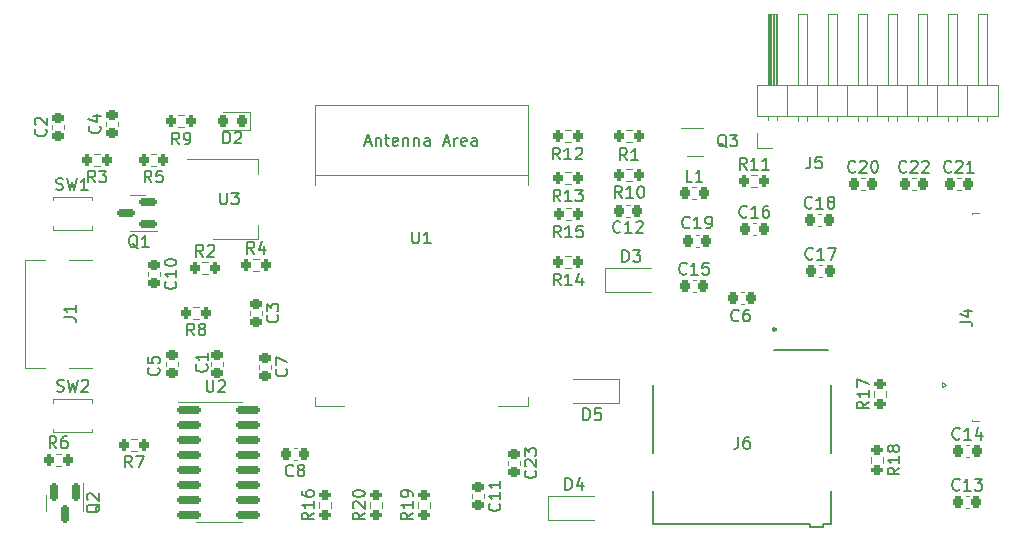
<source format=gbr>
%TF.GenerationSoftware,KiCad,Pcbnew,(6.0.9-0)*%
%TF.CreationDate,2022-12-04T14:35:13+08:00*%
%TF.ProjectId,Epaper-mcu,45706170-6572-42d6-9d63-752e6b696361,rev?*%
%TF.SameCoordinates,Original*%
%TF.FileFunction,Legend,Top*%
%TF.FilePolarity,Positive*%
%FSLAX46Y46*%
G04 Gerber Fmt 4.6, Leading zero omitted, Abs format (unit mm)*
G04 Created by KiCad (PCBNEW (6.0.9-0)) date 2022-12-04 14:35:13*
%MOMM*%
%LPD*%
G01*
G04 APERTURE LIST*
G04 Aperture macros list*
%AMRoundRect*
0 Rectangle with rounded corners*
0 $1 Rounding radius*
0 $2 $3 $4 $5 $6 $7 $8 $9 X,Y pos of 4 corners*
0 Add a 4 corners polygon primitive as box body*
4,1,4,$2,$3,$4,$5,$6,$7,$8,$9,$2,$3,0*
0 Add four circle primitives for the rounded corners*
1,1,$1+$1,$2,$3*
1,1,$1+$1,$4,$5*
1,1,$1+$1,$6,$7*
1,1,$1+$1,$8,$9*
0 Add four rect primitives between the rounded corners*
20,1,$1+$1,$2,$3,$4,$5,0*
20,1,$1+$1,$4,$5,$6,$7,0*
20,1,$1+$1,$6,$7,$8,$9,0*
20,1,$1+$1,$8,$9,$2,$3,0*%
G04 Aperture macros list end*
%ADD10C,0.150000*%
%ADD11C,0.120000*%
%ADD12C,0.200000*%
%ADD13C,0.240000*%
%ADD14RoundRect,0.200000X-0.200000X-0.275000X0.200000X-0.275000X0.200000X0.275000X-0.200000X0.275000X0*%
%ADD15RoundRect,0.225000X-0.250000X0.225000X-0.250000X-0.225000X0.250000X-0.225000X0.250000X0.225000X0*%
%ADD16RoundRect,0.200000X-0.275000X0.200000X-0.275000X-0.200000X0.275000X-0.200000X0.275000X0.200000X0*%
%ADD17RoundRect,0.225000X0.250000X-0.225000X0.250000X0.225000X-0.250000X0.225000X-0.250000X-0.225000X0*%
%ADD18RoundRect,0.225000X-0.225000X-0.250000X0.225000X-0.250000X0.225000X0.250000X-0.225000X0.250000X0*%
%ADD19RoundRect,0.200000X0.275000X-0.200000X0.275000X0.200000X-0.275000X0.200000X-0.275000X-0.200000X0*%
%ADD20C,0.950000*%
%ADD21R,0.620000X1.400000*%
%ADD22R,1.100000X2.400000*%
%ADD23C,0.650000*%
%ADD24R,1.150000X0.300000*%
%ADD25O,2.100000X1.000000*%
%ADD26O,1.600000X1.000000*%
%ADD27R,0.900000X1.700000*%
%ADD28RoundRect,0.150000X0.587500X0.150000X-0.587500X0.150000X-0.587500X-0.150000X0.587500X-0.150000X0*%
%ADD29RoundRect,0.225000X0.225000X0.250000X-0.225000X0.250000X-0.225000X-0.250000X0.225000X-0.250000X0*%
%ADD30RoundRect,0.200000X0.200000X0.275000X-0.200000X0.275000X-0.200000X-0.275000X0.200000X-0.275000X0*%
%ADD31RoundRect,0.150000X-0.825000X-0.150000X0.825000X-0.150000X0.825000X0.150000X-0.825000X0.150000X0*%
%ADD32R,0.650000X0.400000*%
%ADD33R,2.000000X1.500000*%
%ADD34R,2.000000X3.800000*%
%ADD35RoundRect,0.218750X0.218750X0.256250X-0.218750X0.256250X-0.218750X-0.256250X0.218750X-0.256250X0*%
%ADD36R,0.900000X1.200000*%
%ADD37R,1.100000X0.300000*%
%ADD38R,3.100000X2.300000*%
%ADD39R,1.500000X0.900000*%
%ADD40R,0.900000X1.500000*%
%ADD41R,1.050000X1.050000*%
%ADD42RoundRect,0.218750X-0.218750X-0.256250X0.218750X-0.256250X0.218750X0.256250X-0.218750X0.256250X0*%
%ADD43RoundRect,0.150000X-0.150000X0.587500X-0.150000X-0.587500X0.150000X-0.587500X0.150000X0.587500X0*%
%ADD44R,1.700000X1.700000*%
%ADD45O,1.700000X1.700000*%
G04 APERTURE END LIST*
D10*
%TO.C,R14*%
X158107142Y-93416380D02*
X157773809Y-92940190D01*
X157535714Y-93416380D02*
X157535714Y-92416380D01*
X157916666Y-92416380D01*
X158011904Y-92464000D01*
X158059523Y-92511619D01*
X158107142Y-92606857D01*
X158107142Y-92749714D01*
X158059523Y-92844952D01*
X158011904Y-92892571D01*
X157916666Y-92940190D01*
X157535714Y-92940190D01*
X159059523Y-93416380D02*
X158488095Y-93416380D01*
X158773809Y-93416380D02*
X158773809Y-92416380D01*
X158678571Y-92559238D01*
X158583333Y-92654476D01*
X158488095Y-92702095D01*
X159916666Y-92749714D02*
X159916666Y-93416380D01*
X159678571Y-92368761D02*
X159440476Y-93083047D01*
X160059523Y-93083047D01*
%TO.C,C10*%
X125485142Y-93098857D02*
X125532761Y-93146476D01*
X125580380Y-93289333D01*
X125580380Y-93384571D01*
X125532761Y-93527428D01*
X125437523Y-93622666D01*
X125342285Y-93670285D01*
X125151809Y-93717904D01*
X125008952Y-93717904D01*
X124818476Y-93670285D01*
X124723238Y-93622666D01*
X124628000Y-93527428D01*
X124580380Y-93384571D01*
X124580380Y-93289333D01*
X124628000Y-93146476D01*
X124675619Y-93098857D01*
X125580380Y-92146476D02*
X125580380Y-92717904D01*
X125580380Y-92432190D02*
X124580380Y-92432190D01*
X124723238Y-92527428D01*
X124818476Y-92622666D01*
X124866095Y-92717904D01*
X124580380Y-91527428D02*
X124580380Y-91432190D01*
X124628000Y-91336952D01*
X124675619Y-91289333D01*
X124770857Y-91241714D01*
X124961333Y-91194095D01*
X125199428Y-91194095D01*
X125389904Y-91241714D01*
X125485142Y-91289333D01*
X125532761Y-91336952D01*
X125580380Y-91432190D01*
X125580380Y-91527428D01*
X125532761Y-91622666D01*
X125485142Y-91670285D01*
X125389904Y-91717904D01*
X125199428Y-91765523D01*
X124961333Y-91765523D01*
X124770857Y-91717904D01*
X124675619Y-91670285D01*
X124628000Y-91622666D01*
X124580380Y-91527428D01*
%TO.C,R18*%
X186794380Y-108846857D02*
X186318190Y-109180190D01*
X186794380Y-109418285D02*
X185794380Y-109418285D01*
X185794380Y-109037333D01*
X185842000Y-108942095D01*
X185889619Y-108894476D01*
X185984857Y-108846857D01*
X186127714Y-108846857D01*
X186222952Y-108894476D01*
X186270571Y-108942095D01*
X186318190Y-109037333D01*
X186318190Y-109418285D01*
X186794380Y-107894476D02*
X186794380Y-108465904D01*
X186794380Y-108180190D02*
X185794380Y-108180190D01*
X185937238Y-108275428D01*
X186032476Y-108370666D01*
X186080095Y-108465904D01*
X186222952Y-107323047D02*
X186175333Y-107418285D01*
X186127714Y-107465904D01*
X186032476Y-107513523D01*
X185984857Y-107513523D01*
X185889619Y-107465904D01*
X185842000Y-107418285D01*
X185794380Y-107323047D01*
X185794380Y-107132571D01*
X185842000Y-107037333D01*
X185889619Y-106989714D01*
X185984857Y-106942095D01*
X186032476Y-106942095D01*
X186127714Y-106989714D01*
X186175333Y-107037333D01*
X186222952Y-107132571D01*
X186222952Y-107323047D01*
X186270571Y-107418285D01*
X186318190Y-107465904D01*
X186413428Y-107513523D01*
X186603904Y-107513523D01*
X186699142Y-107465904D01*
X186746761Y-107418285D01*
X186794380Y-107323047D01*
X186794380Y-107132571D01*
X186746761Y-107037333D01*
X186699142Y-106989714D01*
X186603904Y-106942095D01*
X186413428Y-106942095D01*
X186318190Y-106989714D01*
X186270571Y-107037333D01*
X186222952Y-107132571D01*
%TO.C,C1*%
X128119142Y-100102086D02*
X128166761Y-100149705D01*
X128214380Y-100292562D01*
X128214380Y-100387800D01*
X128166761Y-100530658D01*
X128071523Y-100625896D01*
X127976285Y-100673515D01*
X127785809Y-100721134D01*
X127642952Y-100721134D01*
X127452476Y-100673515D01*
X127357238Y-100625896D01*
X127262000Y-100530658D01*
X127214380Y-100387800D01*
X127214380Y-100292562D01*
X127262000Y-100149705D01*
X127309619Y-100102086D01*
X128214380Y-99149705D02*
X128214380Y-99721134D01*
X128214380Y-99435420D02*
X127214380Y-99435420D01*
X127357238Y-99530658D01*
X127452476Y-99625896D01*
X127500095Y-99721134D01*
%TO.C,R15*%
X158117142Y-89352380D02*
X157783809Y-88876190D01*
X157545714Y-89352380D02*
X157545714Y-88352380D01*
X157926666Y-88352380D01*
X158021904Y-88400000D01*
X158069523Y-88447619D01*
X158117142Y-88542857D01*
X158117142Y-88685714D01*
X158069523Y-88780952D01*
X158021904Y-88828571D01*
X157926666Y-88876190D01*
X157545714Y-88876190D01*
X159069523Y-89352380D02*
X158498095Y-89352380D01*
X158783809Y-89352380D02*
X158783809Y-88352380D01*
X158688571Y-88495238D01*
X158593333Y-88590476D01*
X158498095Y-88638095D01*
X159974285Y-88352380D02*
X159498095Y-88352380D01*
X159450476Y-88828571D01*
X159498095Y-88780952D01*
X159593333Y-88733333D01*
X159831428Y-88733333D01*
X159926666Y-88780952D01*
X159974285Y-88828571D01*
X160021904Y-88923809D01*
X160021904Y-89161904D01*
X159974285Y-89257142D01*
X159926666Y-89304761D01*
X159831428Y-89352380D01*
X159593333Y-89352380D01*
X159498095Y-89304761D01*
X159450476Y-89257142D01*
%TO.C,C20*%
X183062142Y-83763142D02*
X183014523Y-83810761D01*
X182871666Y-83858380D01*
X182776428Y-83858380D01*
X182633571Y-83810761D01*
X182538333Y-83715523D01*
X182490714Y-83620285D01*
X182443095Y-83429809D01*
X182443095Y-83286952D01*
X182490714Y-83096476D01*
X182538333Y-83001238D01*
X182633571Y-82906000D01*
X182776428Y-82858380D01*
X182871666Y-82858380D01*
X183014523Y-82906000D01*
X183062142Y-82953619D01*
X183443095Y-82953619D02*
X183490714Y-82906000D01*
X183585952Y-82858380D01*
X183824047Y-82858380D01*
X183919285Y-82906000D01*
X183966904Y-82953619D01*
X184014523Y-83048857D01*
X184014523Y-83144095D01*
X183966904Y-83286952D01*
X183395476Y-83858380D01*
X184014523Y-83858380D01*
X184633571Y-82858380D02*
X184728809Y-82858380D01*
X184824047Y-82906000D01*
X184871666Y-82953619D01*
X184919285Y-83048857D01*
X184966904Y-83239333D01*
X184966904Y-83477428D01*
X184919285Y-83667904D01*
X184871666Y-83763142D01*
X184824047Y-83810761D01*
X184728809Y-83858380D01*
X184633571Y-83858380D01*
X184538333Y-83810761D01*
X184490714Y-83763142D01*
X184443095Y-83667904D01*
X184395476Y-83477428D01*
X184395476Y-83239333D01*
X184443095Y-83048857D01*
X184490714Y-82953619D01*
X184538333Y-82906000D01*
X184633571Y-82858380D01*
%TO.C,C11*%
X152917142Y-111894857D02*
X152964761Y-111942476D01*
X153012380Y-112085333D01*
X153012380Y-112180571D01*
X152964761Y-112323428D01*
X152869523Y-112418666D01*
X152774285Y-112466285D01*
X152583809Y-112513904D01*
X152440952Y-112513904D01*
X152250476Y-112466285D01*
X152155238Y-112418666D01*
X152060000Y-112323428D01*
X152012380Y-112180571D01*
X152012380Y-112085333D01*
X152060000Y-111942476D01*
X152107619Y-111894857D01*
X153012380Y-110942476D02*
X153012380Y-111513904D01*
X153012380Y-111228190D02*
X152012380Y-111228190D01*
X152155238Y-111323428D01*
X152250476Y-111418666D01*
X152298095Y-111513904D01*
X153012380Y-109990095D02*
X153012380Y-110561523D01*
X153012380Y-110275809D02*
X152012380Y-110275809D01*
X152155238Y-110371047D01*
X152250476Y-110466285D01*
X152298095Y-110561523D01*
%TO.C,C3*%
X134121142Y-95924666D02*
X134168761Y-95972285D01*
X134216380Y-96115142D01*
X134216380Y-96210380D01*
X134168761Y-96353238D01*
X134073523Y-96448476D01*
X133978285Y-96496095D01*
X133787809Y-96543714D01*
X133644952Y-96543714D01*
X133454476Y-96496095D01*
X133359238Y-96448476D01*
X133264000Y-96353238D01*
X133216380Y-96210380D01*
X133216380Y-96115142D01*
X133264000Y-95972285D01*
X133311619Y-95924666D01*
X133216380Y-95591333D02*
X133216380Y-94972285D01*
X133597333Y-95305619D01*
X133597333Y-95162761D01*
X133644952Y-95067523D01*
X133692571Y-95019904D01*
X133787809Y-94972285D01*
X134025904Y-94972285D01*
X134121142Y-95019904D01*
X134168761Y-95067523D01*
X134216380Y-95162761D01*
X134216380Y-95448476D01*
X134168761Y-95543714D01*
X134121142Y-95591333D01*
%TO.C,C19*%
X169029142Y-88495142D02*
X168981523Y-88542761D01*
X168838666Y-88590380D01*
X168743428Y-88590380D01*
X168600571Y-88542761D01*
X168505333Y-88447523D01*
X168457714Y-88352285D01*
X168410095Y-88161809D01*
X168410095Y-88018952D01*
X168457714Y-87828476D01*
X168505333Y-87733238D01*
X168600571Y-87638000D01*
X168743428Y-87590380D01*
X168838666Y-87590380D01*
X168981523Y-87638000D01*
X169029142Y-87685619D01*
X169981523Y-88590380D02*
X169410095Y-88590380D01*
X169695809Y-88590380D02*
X169695809Y-87590380D01*
X169600571Y-87733238D01*
X169505333Y-87828476D01*
X169410095Y-87876095D01*
X170457714Y-88590380D02*
X170648190Y-88590380D01*
X170743428Y-88542761D01*
X170791047Y-88495142D01*
X170886285Y-88352285D01*
X170933904Y-88161809D01*
X170933904Y-87780857D01*
X170886285Y-87685619D01*
X170838666Y-87638000D01*
X170743428Y-87590380D01*
X170552952Y-87590380D01*
X170457714Y-87638000D01*
X170410095Y-87685619D01*
X170362476Y-87780857D01*
X170362476Y-88018952D01*
X170410095Y-88114190D01*
X170457714Y-88161809D01*
X170552952Y-88209428D01*
X170743428Y-88209428D01*
X170838666Y-88161809D01*
X170886285Y-88114190D01*
X170933904Y-88018952D01*
%TO.C,R20*%
X141516380Y-112656857D02*
X141040190Y-112990190D01*
X141516380Y-113228285D02*
X140516380Y-113228285D01*
X140516380Y-112847333D01*
X140564000Y-112752095D01*
X140611619Y-112704476D01*
X140706857Y-112656857D01*
X140849714Y-112656857D01*
X140944952Y-112704476D01*
X140992571Y-112752095D01*
X141040190Y-112847333D01*
X141040190Y-113228285D01*
X140611619Y-112275904D02*
X140564000Y-112228285D01*
X140516380Y-112133047D01*
X140516380Y-111894952D01*
X140564000Y-111799714D01*
X140611619Y-111752095D01*
X140706857Y-111704476D01*
X140802095Y-111704476D01*
X140944952Y-111752095D01*
X141516380Y-112323523D01*
X141516380Y-111704476D01*
X140516380Y-111085428D02*
X140516380Y-110990190D01*
X140564000Y-110894952D01*
X140611619Y-110847333D01*
X140706857Y-110799714D01*
X140897333Y-110752095D01*
X141135428Y-110752095D01*
X141325904Y-110799714D01*
X141421142Y-110847333D01*
X141468761Y-110894952D01*
X141516380Y-110990190D01*
X141516380Y-111085428D01*
X141468761Y-111180666D01*
X141421142Y-111228285D01*
X141325904Y-111275904D01*
X141135428Y-111323523D01*
X140897333Y-111323523D01*
X140706857Y-111275904D01*
X140611619Y-111228285D01*
X140564000Y-111180666D01*
X140516380Y-111085428D01*
%TO.C,C4*%
X119069142Y-79922666D02*
X119116761Y-79970285D01*
X119164380Y-80113142D01*
X119164380Y-80208380D01*
X119116761Y-80351238D01*
X119021523Y-80446476D01*
X118926285Y-80494095D01*
X118735809Y-80541714D01*
X118592952Y-80541714D01*
X118402476Y-80494095D01*
X118307238Y-80446476D01*
X118212000Y-80351238D01*
X118164380Y-80208380D01*
X118164380Y-80113142D01*
X118212000Y-79970285D01*
X118259619Y-79922666D01*
X118497714Y-79065523D02*
X119164380Y-79065523D01*
X118116761Y-79303619D02*
X118831047Y-79541714D01*
X118831047Y-78922666D01*
%TO.C,J6*%
X173148666Y-106234880D02*
X173148666Y-106949166D01*
X173101047Y-107092023D01*
X173005809Y-107187261D01*
X172862952Y-107234880D01*
X172767714Y-107234880D01*
X174053428Y-106234880D02*
X173862952Y-106234880D01*
X173767714Y-106282500D01*
X173720095Y-106330119D01*
X173624857Y-106472976D01*
X173577238Y-106663452D01*
X173577238Y-107044404D01*
X173624857Y-107139642D01*
X173672476Y-107187261D01*
X173767714Y-107234880D01*
X173958190Y-107234880D01*
X174053428Y-107187261D01*
X174101047Y-107139642D01*
X174148666Y-107044404D01*
X174148666Y-106806309D01*
X174101047Y-106711071D01*
X174053428Y-106663452D01*
X173958190Y-106615833D01*
X173767714Y-106615833D01*
X173672476Y-106663452D01*
X173624857Y-106711071D01*
X173577238Y-106806309D01*
%TO.C,C12*%
X163174142Y-88869142D02*
X163126523Y-88916761D01*
X162983666Y-88964380D01*
X162888428Y-88964380D01*
X162745571Y-88916761D01*
X162650333Y-88821523D01*
X162602714Y-88726285D01*
X162555095Y-88535809D01*
X162555095Y-88392952D01*
X162602714Y-88202476D01*
X162650333Y-88107238D01*
X162745571Y-88012000D01*
X162888428Y-87964380D01*
X162983666Y-87964380D01*
X163126523Y-88012000D01*
X163174142Y-88059619D01*
X164126523Y-88964380D02*
X163555095Y-88964380D01*
X163840809Y-88964380D02*
X163840809Y-87964380D01*
X163745571Y-88107238D01*
X163650333Y-88202476D01*
X163555095Y-88250095D01*
X164507476Y-88059619D02*
X164555095Y-88012000D01*
X164650333Y-87964380D01*
X164888428Y-87964380D01*
X164983666Y-88012000D01*
X165031285Y-88059619D01*
X165078904Y-88154857D01*
X165078904Y-88250095D01*
X165031285Y-88392952D01*
X164459857Y-88964380D01*
X165078904Y-88964380D01*
%TO.C,R16*%
X137198380Y-112656857D02*
X136722190Y-112990190D01*
X137198380Y-113228285D02*
X136198380Y-113228285D01*
X136198380Y-112847333D01*
X136246000Y-112752095D01*
X136293619Y-112704476D01*
X136388857Y-112656857D01*
X136531714Y-112656857D01*
X136626952Y-112704476D01*
X136674571Y-112752095D01*
X136722190Y-112847333D01*
X136722190Y-113228285D01*
X137198380Y-111704476D02*
X137198380Y-112275904D01*
X137198380Y-111990190D02*
X136198380Y-111990190D01*
X136341238Y-112085428D01*
X136436476Y-112180666D01*
X136484095Y-112275904D01*
X136198380Y-110847333D02*
X136198380Y-111037809D01*
X136246000Y-111133047D01*
X136293619Y-111180666D01*
X136436476Y-111275904D01*
X136626952Y-111323523D01*
X137007904Y-111323523D01*
X137103142Y-111275904D01*
X137150761Y-111228285D01*
X137198380Y-111133047D01*
X137198380Y-110942571D01*
X137150761Y-110847333D01*
X137103142Y-110799714D01*
X137007904Y-110752095D01*
X136769809Y-110752095D01*
X136674571Y-110799714D01*
X136626952Y-110847333D01*
X136579333Y-110942571D01*
X136579333Y-111133047D01*
X136626952Y-111228285D01*
X136674571Y-111275904D01*
X136769809Y-111323523D01*
%TO.C,J1*%
X116038380Y-96091333D02*
X116752666Y-96091333D01*
X116895523Y-96138952D01*
X116990761Y-96234190D01*
X117038380Y-96377047D01*
X117038380Y-96472285D01*
X117038380Y-95091333D02*
X117038380Y-95662761D01*
X117038380Y-95377047D02*
X116038380Y-95377047D01*
X116181238Y-95472285D01*
X116276476Y-95567523D01*
X116324095Y-95662761D01*
%TO.C,C22*%
X187380142Y-83763142D02*
X187332523Y-83810761D01*
X187189666Y-83858380D01*
X187094428Y-83858380D01*
X186951571Y-83810761D01*
X186856333Y-83715523D01*
X186808714Y-83620285D01*
X186761095Y-83429809D01*
X186761095Y-83286952D01*
X186808714Y-83096476D01*
X186856333Y-83001238D01*
X186951571Y-82906000D01*
X187094428Y-82858380D01*
X187189666Y-82858380D01*
X187332523Y-82906000D01*
X187380142Y-82953619D01*
X187761095Y-82953619D02*
X187808714Y-82906000D01*
X187903952Y-82858380D01*
X188142047Y-82858380D01*
X188237285Y-82906000D01*
X188284904Y-82953619D01*
X188332523Y-83048857D01*
X188332523Y-83144095D01*
X188284904Y-83286952D01*
X187713476Y-83858380D01*
X188332523Y-83858380D01*
X188713476Y-82953619D02*
X188761095Y-82906000D01*
X188856333Y-82858380D01*
X189094428Y-82858380D01*
X189189666Y-82906000D01*
X189237285Y-82953619D01*
X189284904Y-83048857D01*
X189284904Y-83144095D01*
X189237285Y-83286952D01*
X188665857Y-83858380D01*
X189284904Y-83858380D01*
%TO.C,SW2*%
X115466666Y-102354761D02*
X115609523Y-102402380D01*
X115847619Y-102402380D01*
X115942857Y-102354761D01*
X115990476Y-102307142D01*
X116038095Y-102211904D01*
X116038095Y-102116666D01*
X115990476Y-102021428D01*
X115942857Y-101973809D01*
X115847619Y-101926190D01*
X115657142Y-101878571D01*
X115561904Y-101830952D01*
X115514285Y-101783333D01*
X115466666Y-101688095D01*
X115466666Y-101592857D01*
X115514285Y-101497619D01*
X115561904Y-101450000D01*
X115657142Y-101402380D01*
X115895238Y-101402380D01*
X116038095Y-101450000D01*
X116371428Y-101402380D02*
X116609523Y-102402380D01*
X116800000Y-101688095D01*
X116990476Y-102402380D01*
X117228571Y-101402380D01*
X117561904Y-101497619D02*
X117609523Y-101450000D01*
X117704761Y-101402380D01*
X117942857Y-101402380D01*
X118038095Y-101450000D01*
X118085714Y-101497619D01*
X118133333Y-101592857D01*
X118133333Y-101688095D01*
X118085714Y-101830952D01*
X117514285Y-102402380D01*
X118133333Y-102402380D01*
%TO.C,C5*%
X124055142Y-100383246D02*
X124102761Y-100430865D01*
X124150380Y-100573722D01*
X124150380Y-100668960D01*
X124102761Y-100811818D01*
X124007523Y-100907056D01*
X123912285Y-100954675D01*
X123721809Y-101002294D01*
X123578952Y-101002294D01*
X123388476Y-100954675D01*
X123293238Y-100907056D01*
X123198000Y-100811818D01*
X123150380Y-100668960D01*
X123150380Y-100573722D01*
X123198000Y-100430865D01*
X123245619Y-100383246D01*
X123150380Y-99478484D02*
X123150380Y-99954675D01*
X123626571Y-100002294D01*
X123578952Y-99954675D01*
X123531333Y-99859437D01*
X123531333Y-99621341D01*
X123578952Y-99526103D01*
X123626571Y-99478484D01*
X123721809Y-99430865D01*
X123959904Y-99430865D01*
X124055142Y-99478484D01*
X124102761Y-99526103D01*
X124150380Y-99621341D01*
X124150380Y-99859437D01*
X124102761Y-99954675D01*
X124055142Y-100002294D01*
%TO.C,Q1*%
X122314761Y-90267619D02*
X122219523Y-90220000D01*
X122124285Y-90124761D01*
X121981428Y-89981904D01*
X121886190Y-89934285D01*
X121790952Y-89934285D01*
X121838571Y-90172380D02*
X121743333Y-90124761D01*
X121648095Y-90029523D01*
X121600476Y-89839047D01*
X121600476Y-89505714D01*
X121648095Y-89315238D01*
X121743333Y-89220000D01*
X121838571Y-89172380D01*
X122029047Y-89172380D01*
X122124285Y-89220000D01*
X122219523Y-89315238D01*
X122267142Y-89505714D01*
X122267142Y-89839047D01*
X122219523Y-90029523D01*
X122124285Y-90124761D01*
X122029047Y-90172380D01*
X121838571Y-90172380D01*
X123219523Y-90172380D02*
X122648095Y-90172380D01*
X122933809Y-90172380D02*
X122933809Y-89172380D01*
X122838571Y-89315238D01*
X122743333Y-89410476D01*
X122648095Y-89458095D01*
%TO.C,C2*%
X114497142Y-80176666D02*
X114544761Y-80224285D01*
X114592380Y-80367142D01*
X114592380Y-80462380D01*
X114544761Y-80605238D01*
X114449523Y-80700476D01*
X114354285Y-80748095D01*
X114163809Y-80795714D01*
X114020952Y-80795714D01*
X113830476Y-80748095D01*
X113735238Y-80700476D01*
X113640000Y-80605238D01*
X113592380Y-80462380D01*
X113592380Y-80367142D01*
X113640000Y-80224285D01*
X113687619Y-80176666D01*
X113687619Y-79795714D02*
X113640000Y-79748095D01*
X113592380Y-79652857D01*
X113592380Y-79414761D01*
X113640000Y-79319523D01*
X113687619Y-79271904D01*
X113782857Y-79224285D01*
X113878095Y-79224285D01*
X114020952Y-79271904D01*
X114592380Y-79843333D01*
X114592380Y-79224285D01*
%TO.C,C8*%
X135469333Y-109483142D02*
X135421714Y-109530761D01*
X135278857Y-109578380D01*
X135183619Y-109578380D01*
X135040761Y-109530761D01*
X134945523Y-109435523D01*
X134897904Y-109340285D01*
X134850285Y-109149809D01*
X134850285Y-109006952D01*
X134897904Y-108816476D01*
X134945523Y-108721238D01*
X135040761Y-108626000D01*
X135183619Y-108578380D01*
X135278857Y-108578380D01*
X135421714Y-108626000D01*
X135469333Y-108673619D01*
X136040761Y-109006952D02*
X135945523Y-108959333D01*
X135897904Y-108911714D01*
X135850285Y-108816476D01*
X135850285Y-108768857D01*
X135897904Y-108673619D01*
X135945523Y-108626000D01*
X136040761Y-108578380D01*
X136231238Y-108578380D01*
X136326476Y-108626000D01*
X136374095Y-108673619D01*
X136421714Y-108768857D01*
X136421714Y-108816476D01*
X136374095Y-108911714D01*
X136326476Y-108959333D01*
X136231238Y-109006952D01*
X136040761Y-109006952D01*
X135945523Y-109054571D01*
X135897904Y-109102190D01*
X135850285Y-109197428D01*
X135850285Y-109387904D01*
X135897904Y-109483142D01*
X135945523Y-109530761D01*
X136040761Y-109578380D01*
X136231238Y-109578380D01*
X136326476Y-109530761D01*
X136374095Y-109483142D01*
X136421714Y-109387904D01*
X136421714Y-109197428D01*
X136374095Y-109102190D01*
X136326476Y-109054571D01*
X136231238Y-109006952D01*
%TO.C,R4*%
X132167333Y-90716380D02*
X131834000Y-90240190D01*
X131595904Y-90716380D02*
X131595904Y-89716380D01*
X131976857Y-89716380D01*
X132072095Y-89764000D01*
X132119714Y-89811619D01*
X132167333Y-89906857D01*
X132167333Y-90049714D01*
X132119714Y-90144952D01*
X132072095Y-90192571D01*
X131976857Y-90240190D01*
X131595904Y-90240190D01*
X133024476Y-90049714D02*
X133024476Y-90716380D01*
X132786380Y-89668761D02*
X132548285Y-90383047D01*
X133167333Y-90383047D01*
%TO.C,C15*%
X168775142Y-92399142D02*
X168727523Y-92446761D01*
X168584666Y-92494380D01*
X168489428Y-92494380D01*
X168346571Y-92446761D01*
X168251333Y-92351523D01*
X168203714Y-92256285D01*
X168156095Y-92065809D01*
X168156095Y-91922952D01*
X168203714Y-91732476D01*
X168251333Y-91637238D01*
X168346571Y-91542000D01*
X168489428Y-91494380D01*
X168584666Y-91494380D01*
X168727523Y-91542000D01*
X168775142Y-91589619D01*
X169727523Y-92494380D02*
X169156095Y-92494380D01*
X169441809Y-92494380D02*
X169441809Y-91494380D01*
X169346571Y-91637238D01*
X169251333Y-91732476D01*
X169156095Y-91780095D01*
X170632285Y-91494380D02*
X170156095Y-91494380D01*
X170108476Y-91970571D01*
X170156095Y-91922952D01*
X170251333Y-91875333D01*
X170489428Y-91875333D01*
X170584666Y-91922952D01*
X170632285Y-91970571D01*
X170679904Y-92065809D01*
X170679904Y-92303904D01*
X170632285Y-92399142D01*
X170584666Y-92446761D01*
X170489428Y-92494380D01*
X170251333Y-92494380D01*
X170156095Y-92446761D01*
X170108476Y-92399142D01*
%TO.C,R3*%
X118705333Y-84686380D02*
X118372000Y-84210190D01*
X118133904Y-84686380D02*
X118133904Y-83686380D01*
X118514857Y-83686380D01*
X118610095Y-83734000D01*
X118657714Y-83781619D01*
X118705333Y-83876857D01*
X118705333Y-84019714D01*
X118657714Y-84114952D01*
X118610095Y-84162571D01*
X118514857Y-84210190D01*
X118133904Y-84210190D01*
X119038666Y-83686380D02*
X119657714Y-83686380D01*
X119324380Y-84067333D01*
X119467238Y-84067333D01*
X119562476Y-84114952D01*
X119610095Y-84162571D01*
X119657714Y-84257809D01*
X119657714Y-84495904D01*
X119610095Y-84591142D01*
X119562476Y-84638761D01*
X119467238Y-84686380D01*
X119181523Y-84686380D01*
X119086285Y-84638761D01*
X119038666Y-84591142D01*
%TO.C,U2*%
X128144095Y-101414380D02*
X128144095Y-102223904D01*
X128191714Y-102319142D01*
X128239333Y-102366761D01*
X128334571Y-102414380D01*
X128525047Y-102414380D01*
X128620285Y-102366761D01*
X128667904Y-102319142D01*
X128715523Y-102223904D01*
X128715523Y-101414380D01*
X129144095Y-101509619D02*
X129191714Y-101462000D01*
X129286952Y-101414380D01*
X129525047Y-101414380D01*
X129620285Y-101462000D01*
X129667904Y-101509619D01*
X129715523Y-101604857D01*
X129715523Y-101700095D01*
X129667904Y-101842952D01*
X129096476Y-102414380D01*
X129715523Y-102414380D01*
%TO.C,Q3*%
X172164761Y-81731619D02*
X172069523Y-81684000D01*
X171974285Y-81588761D01*
X171831428Y-81445904D01*
X171736190Y-81398285D01*
X171640952Y-81398285D01*
X171688571Y-81636380D02*
X171593333Y-81588761D01*
X171498095Y-81493523D01*
X171450476Y-81303047D01*
X171450476Y-80969714D01*
X171498095Y-80779238D01*
X171593333Y-80684000D01*
X171688571Y-80636380D01*
X171879047Y-80636380D01*
X171974285Y-80684000D01*
X172069523Y-80779238D01*
X172117142Y-80969714D01*
X172117142Y-81303047D01*
X172069523Y-81493523D01*
X171974285Y-81588761D01*
X171879047Y-81636380D01*
X171688571Y-81636380D01*
X172450476Y-80636380D02*
X173069523Y-80636380D01*
X172736190Y-81017333D01*
X172879047Y-81017333D01*
X172974285Y-81064952D01*
X173021904Y-81112571D01*
X173069523Y-81207809D01*
X173069523Y-81445904D01*
X173021904Y-81541142D01*
X172974285Y-81588761D01*
X172879047Y-81636380D01*
X172593333Y-81636380D01*
X172498095Y-81588761D01*
X172450476Y-81541142D01*
%TO.C,U3*%
X129286095Y-85558380D02*
X129286095Y-86367904D01*
X129333714Y-86463142D01*
X129381333Y-86510761D01*
X129476571Y-86558380D01*
X129667047Y-86558380D01*
X129762285Y-86510761D01*
X129809904Y-86463142D01*
X129857523Y-86367904D01*
X129857523Y-85558380D01*
X130238476Y-85558380D02*
X130857523Y-85558380D01*
X130524190Y-85939333D01*
X130667047Y-85939333D01*
X130762285Y-85986952D01*
X130809904Y-86034571D01*
X130857523Y-86129809D01*
X130857523Y-86367904D01*
X130809904Y-86463142D01*
X130762285Y-86510761D01*
X130667047Y-86558380D01*
X130381333Y-86558380D01*
X130286095Y-86510761D01*
X130238476Y-86463142D01*
%TO.C,D2*%
X129563904Y-81384380D02*
X129563904Y-80384380D01*
X129802000Y-80384380D01*
X129944857Y-80432000D01*
X130040095Y-80527238D01*
X130087714Y-80622476D01*
X130135333Y-80812952D01*
X130135333Y-80955809D01*
X130087714Y-81146285D01*
X130040095Y-81241523D01*
X129944857Y-81336761D01*
X129802000Y-81384380D01*
X129563904Y-81384380D01*
X130516285Y-80479619D02*
X130563904Y-80432000D01*
X130659142Y-80384380D01*
X130897238Y-80384380D01*
X130992476Y-80432000D01*
X131040095Y-80479619D01*
X131087714Y-80574857D01*
X131087714Y-80670095D01*
X131040095Y-80812952D01*
X130468666Y-81384380D01*
X131087714Y-81384380D01*
%TO.C,D3*%
X163345904Y-91416380D02*
X163345904Y-90416380D01*
X163584000Y-90416380D01*
X163726857Y-90464000D01*
X163822095Y-90559238D01*
X163869714Y-90654476D01*
X163917333Y-90844952D01*
X163917333Y-90987809D01*
X163869714Y-91178285D01*
X163822095Y-91273523D01*
X163726857Y-91368761D01*
X163584000Y-91416380D01*
X163345904Y-91416380D01*
X164250666Y-90416380D02*
X164869714Y-90416380D01*
X164536380Y-90797333D01*
X164679238Y-90797333D01*
X164774476Y-90844952D01*
X164822095Y-90892571D01*
X164869714Y-90987809D01*
X164869714Y-91225904D01*
X164822095Y-91321142D01*
X164774476Y-91368761D01*
X164679238Y-91416380D01*
X164393523Y-91416380D01*
X164298285Y-91368761D01*
X164250666Y-91321142D01*
%TO.C,C14*%
X191902142Y-106369142D02*
X191854523Y-106416761D01*
X191711666Y-106464380D01*
X191616428Y-106464380D01*
X191473571Y-106416761D01*
X191378333Y-106321523D01*
X191330714Y-106226285D01*
X191283095Y-106035809D01*
X191283095Y-105892952D01*
X191330714Y-105702476D01*
X191378333Y-105607238D01*
X191473571Y-105512000D01*
X191616428Y-105464380D01*
X191711666Y-105464380D01*
X191854523Y-105512000D01*
X191902142Y-105559619D01*
X192854523Y-106464380D02*
X192283095Y-106464380D01*
X192568809Y-106464380D02*
X192568809Y-105464380D01*
X192473571Y-105607238D01*
X192378333Y-105702476D01*
X192283095Y-105750095D01*
X193711666Y-105797714D02*
X193711666Y-106464380D01*
X193473571Y-105416761D02*
X193235476Y-106131047D01*
X193854523Y-106131047D01*
%TO.C,R2*%
X127849333Y-90970380D02*
X127516000Y-90494190D01*
X127277904Y-90970380D02*
X127277904Y-89970380D01*
X127658857Y-89970380D01*
X127754095Y-90018000D01*
X127801714Y-90065619D01*
X127849333Y-90160857D01*
X127849333Y-90303714D01*
X127801714Y-90398952D01*
X127754095Y-90446571D01*
X127658857Y-90494190D01*
X127277904Y-90494190D01*
X128230285Y-90065619D02*
X128277904Y-90018000D01*
X128373142Y-89970380D01*
X128611238Y-89970380D01*
X128706476Y-90018000D01*
X128754095Y-90065619D01*
X128801714Y-90160857D01*
X128801714Y-90256095D01*
X128754095Y-90398952D01*
X128182666Y-90970380D01*
X128801714Y-90970380D01*
%TO.C,R10*%
X163277142Y-85996380D02*
X162943809Y-85520190D01*
X162705714Y-85996380D02*
X162705714Y-84996380D01*
X163086666Y-84996380D01*
X163181904Y-85044000D01*
X163229523Y-85091619D01*
X163277142Y-85186857D01*
X163277142Y-85329714D01*
X163229523Y-85424952D01*
X163181904Y-85472571D01*
X163086666Y-85520190D01*
X162705714Y-85520190D01*
X164229523Y-85996380D02*
X163658095Y-85996380D01*
X163943809Y-85996380D02*
X163943809Y-84996380D01*
X163848571Y-85139238D01*
X163753333Y-85234476D01*
X163658095Y-85282095D01*
X164848571Y-84996380D02*
X164943809Y-84996380D01*
X165039047Y-85044000D01*
X165086666Y-85091619D01*
X165134285Y-85186857D01*
X165181904Y-85377333D01*
X165181904Y-85615428D01*
X165134285Y-85805904D01*
X165086666Y-85901142D01*
X165039047Y-85948761D01*
X164943809Y-85996380D01*
X164848571Y-85996380D01*
X164753333Y-85948761D01*
X164705714Y-85901142D01*
X164658095Y-85805904D01*
X164610476Y-85615428D01*
X164610476Y-85377333D01*
X164658095Y-85186857D01*
X164705714Y-85091619D01*
X164753333Y-85044000D01*
X164848571Y-84996380D01*
%TO.C,C23*%
X155965142Y-109100857D02*
X156012761Y-109148476D01*
X156060380Y-109291333D01*
X156060380Y-109386571D01*
X156012761Y-109529428D01*
X155917523Y-109624666D01*
X155822285Y-109672285D01*
X155631809Y-109719904D01*
X155488952Y-109719904D01*
X155298476Y-109672285D01*
X155203238Y-109624666D01*
X155108000Y-109529428D01*
X155060380Y-109386571D01*
X155060380Y-109291333D01*
X155108000Y-109148476D01*
X155155619Y-109100857D01*
X155155619Y-108719904D02*
X155108000Y-108672285D01*
X155060380Y-108577047D01*
X155060380Y-108338952D01*
X155108000Y-108243714D01*
X155155619Y-108196095D01*
X155250857Y-108148476D01*
X155346095Y-108148476D01*
X155488952Y-108196095D01*
X156060380Y-108767523D01*
X156060380Y-108148476D01*
X155060380Y-107815142D02*
X155060380Y-107196095D01*
X155441333Y-107529428D01*
X155441333Y-107386571D01*
X155488952Y-107291333D01*
X155536571Y-107243714D01*
X155631809Y-107196095D01*
X155869904Y-107196095D01*
X155965142Y-107243714D01*
X156012761Y-107291333D01*
X156060380Y-107386571D01*
X156060380Y-107672285D01*
X156012761Y-107767523D01*
X155965142Y-107815142D01*
%TO.C,R1*%
X163726333Y-82804380D02*
X163393000Y-82328190D01*
X163154904Y-82804380D02*
X163154904Y-81804380D01*
X163535857Y-81804380D01*
X163631095Y-81852000D01*
X163678714Y-81899619D01*
X163726333Y-81994857D01*
X163726333Y-82137714D01*
X163678714Y-82232952D01*
X163631095Y-82280571D01*
X163535857Y-82328190D01*
X163154904Y-82328190D01*
X164678714Y-82804380D02*
X164107285Y-82804380D01*
X164393000Y-82804380D02*
X164393000Y-81804380D01*
X164297761Y-81947238D01*
X164202523Y-82042476D01*
X164107285Y-82090095D01*
%TO.C,D5*%
X160043904Y-104814380D02*
X160043904Y-103814380D01*
X160282000Y-103814380D01*
X160424857Y-103862000D01*
X160520095Y-103957238D01*
X160567714Y-104052476D01*
X160615333Y-104242952D01*
X160615333Y-104385809D01*
X160567714Y-104576285D01*
X160520095Y-104671523D01*
X160424857Y-104766761D01*
X160282000Y-104814380D01*
X160043904Y-104814380D01*
X161520095Y-103814380D02*
X161043904Y-103814380D01*
X160996285Y-104290571D01*
X161043904Y-104242952D01*
X161139142Y-104195333D01*
X161377238Y-104195333D01*
X161472476Y-104242952D01*
X161520095Y-104290571D01*
X161567714Y-104385809D01*
X161567714Y-104623904D01*
X161520095Y-104719142D01*
X161472476Y-104766761D01*
X161377238Y-104814380D01*
X161139142Y-104814380D01*
X161043904Y-104766761D01*
X160996285Y-104719142D01*
%TO.C,C17*%
X179456142Y-91129142D02*
X179408523Y-91176761D01*
X179265666Y-91224380D01*
X179170428Y-91224380D01*
X179027571Y-91176761D01*
X178932333Y-91081523D01*
X178884714Y-90986285D01*
X178837095Y-90795809D01*
X178837095Y-90652952D01*
X178884714Y-90462476D01*
X178932333Y-90367238D01*
X179027571Y-90272000D01*
X179170428Y-90224380D01*
X179265666Y-90224380D01*
X179408523Y-90272000D01*
X179456142Y-90319619D01*
X180408523Y-91224380D02*
X179837095Y-91224380D01*
X180122809Y-91224380D02*
X180122809Y-90224380D01*
X180027571Y-90367238D01*
X179932333Y-90462476D01*
X179837095Y-90510095D01*
X180741857Y-90224380D02*
X181408523Y-90224380D01*
X180979952Y-91224380D01*
%TO.C,J4*%
X191952380Y-96483333D02*
X192666666Y-96483333D01*
X192809523Y-96530952D01*
X192904761Y-96626190D01*
X192952380Y-96769047D01*
X192952380Y-96864285D01*
X192285714Y-95578571D02*
X192952380Y-95578571D01*
X191904761Y-95816666D02*
X192619047Y-96054761D01*
X192619047Y-95435714D01*
%TO.C,R9*%
X125817333Y-81478380D02*
X125484000Y-81002190D01*
X125245904Y-81478380D02*
X125245904Y-80478380D01*
X125626857Y-80478380D01*
X125722095Y-80526000D01*
X125769714Y-80573619D01*
X125817333Y-80668857D01*
X125817333Y-80811714D01*
X125769714Y-80906952D01*
X125722095Y-80954571D01*
X125626857Y-81002190D01*
X125245904Y-81002190D01*
X126293523Y-81478380D02*
X126484000Y-81478380D01*
X126579238Y-81430761D01*
X126626857Y-81383142D01*
X126722095Y-81240285D01*
X126769714Y-81049809D01*
X126769714Y-80668857D01*
X126722095Y-80573619D01*
X126674476Y-80526000D01*
X126579238Y-80478380D01*
X126388761Y-80478380D01*
X126293523Y-80526000D01*
X126245904Y-80573619D01*
X126198285Y-80668857D01*
X126198285Y-80906952D01*
X126245904Y-81002190D01*
X126293523Y-81049809D01*
X126388761Y-81097428D01*
X126579238Y-81097428D01*
X126674476Y-81049809D01*
X126722095Y-81002190D01*
X126769714Y-80906952D01*
%TO.C,R11*%
X173855142Y-83604380D02*
X173521809Y-83128190D01*
X173283714Y-83604380D02*
X173283714Y-82604380D01*
X173664666Y-82604380D01*
X173759904Y-82652000D01*
X173807523Y-82699619D01*
X173855142Y-82794857D01*
X173855142Y-82937714D01*
X173807523Y-83032952D01*
X173759904Y-83080571D01*
X173664666Y-83128190D01*
X173283714Y-83128190D01*
X174807523Y-83604380D02*
X174236095Y-83604380D01*
X174521809Y-83604380D02*
X174521809Y-82604380D01*
X174426571Y-82747238D01*
X174331333Y-82842476D01*
X174236095Y-82890095D01*
X175759904Y-83604380D02*
X175188476Y-83604380D01*
X175474190Y-83604380D02*
X175474190Y-82604380D01*
X175378952Y-82747238D01*
X175283714Y-82842476D01*
X175188476Y-82890095D01*
%TO.C,C6*%
X173174753Y-96369142D02*
X173127134Y-96416761D01*
X172984277Y-96464380D01*
X172889039Y-96464380D01*
X172746181Y-96416761D01*
X172650943Y-96321523D01*
X172603324Y-96226285D01*
X172555705Y-96035809D01*
X172555705Y-95892952D01*
X172603324Y-95702476D01*
X172650943Y-95607238D01*
X172746181Y-95512000D01*
X172889039Y-95464380D01*
X172984277Y-95464380D01*
X173127134Y-95512000D01*
X173174753Y-95559619D01*
X174031896Y-95464380D02*
X173841420Y-95464380D01*
X173746181Y-95512000D01*
X173698562Y-95559619D01*
X173603324Y-95702476D01*
X173555705Y-95892952D01*
X173555705Y-96273904D01*
X173603324Y-96369142D01*
X173650943Y-96416761D01*
X173746181Y-96464380D01*
X173936658Y-96464380D01*
X174031896Y-96416761D01*
X174079515Y-96369142D01*
X174127134Y-96273904D01*
X174127134Y-96035809D01*
X174079515Y-95940571D01*
X174031896Y-95892952D01*
X173936658Y-95845333D01*
X173746181Y-95845333D01*
X173650943Y-95892952D01*
X173603324Y-95940571D01*
X173555705Y-96035809D01*
%TO.C,C13*%
X191889142Y-110687142D02*
X191841523Y-110734761D01*
X191698666Y-110782380D01*
X191603428Y-110782380D01*
X191460571Y-110734761D01*
X191365333Y-110639523D01*
X191317714Y-110544285D01*
X191270095Y-110353809D01*
X191270095Y-110210952D01*
X191317714Y-110020476D01*
X191365333Y-109925238D01*
X191460571Y-109830000D01*
X191603428Y-109782380D01*
X191698666Y-109782380D01*
X191841523Y-109830000D01*
X191889142Y-109877619D01*
X192841523Y-110782380D02*
X192270095Y-110782380D01*
X192555809Y-110782380D02*
X192555809Y-109782380D01*
X192460571Y-109925238D01*
X192365333Y-110020476D01*
X192270095Y-110068095D01*
X193174857Y-109782380D02*
X193793904Y-109782380D01*
X193460571Y-110163333D01*
X193603428Y-110163333D01*
X193698666Y-110210952D01*
X193746285Y-110258571D01*
X193793904Y-110353809D01*
X193793904Y-110591904D01*
X193746285Y-110687142D01*
X193698666Y-110734761D01*
X193603428Y-110782380D01*
X193317714Y-110782380D01*
X193222476Y-110734761D01*
X193174857Y-110687142D01*
%TO.C,C7*%
X134883142Y-100496666D02*
X134930761Y-100544285D01*
X134978380Y-100687142D01*
X134978380Y-100782380D01*
X134930761Y-100925238D01*
X134835523Y-101020476D01*
X134740285Y-101068095D01*
X134549809Y-101115714D01*
X134406952Y-101115714D01*
X134216476Y-101068095D01*
X134121238Y-101020476D01*
X134026000Y-100925238D01*
X133978380Y-100782380D01*
X133978380Y-100687142D01*
X134026000Y-100544285D01*
X134073619Y-100496666D01*
X133978380Y-100163333D02*
X133978380Y-99496666D01*
X134978380Y-99925238D01*
%TO.C,R13*%
X158077142Y-86304380D02*
X157743809Y-85828190D01*
X157505714Y-86304380D02*
X157505714Y-85304380D01*
X157886666Y-85304380D01*
X157981904Y-85352000D01*
X158029523Y-85399619D01*
X158077142Y-85494857D01*
X158077142Y-85637714D01*
X158029523Y-85732952D01*
X157981904Y-85780571D01*
X157886666Y-85828190D01*
X157505714Y-85828190D01*
X159029523Y-86304380D02*
X158458095Y-86304380D01*
X158743809Y-86304380D02*
X158743809Y-85304380D01*
X158648571Y-85447238D01*
X158553333Y-85542476D01*
X158458095Y-85590095D01*
X159362857Y-85304380D02*
X159981904Y-85304380D01*
X159648571Y-85685333D01*
X159791428Y-85685333D01*
X159886666Y-85732952D01*
X159934285Y-85780571D01*
X159981904Y-85875809D01*
X159981904Y-86113904D01*
X159934285Y-86209142D01*
X159886666Y-86256761D01*
X159791428Y-86304380D01*
X159505714Y-86304380D01*
X159410476Y-86256761D01*
X159362857Y-86209142D01*
%TO.C,C21*%
X191190142Y-83763142D02*
X191142523Y-83810761D01*
X190999666Y-83858380D01*
X190904428Y-83858380D01*
X190761571Y-83810761D01*
X190666333Y-83715523D01*
X190618714Y-83620285D01*
X190571095Y-83429809D01*
X190571095Y-83286952D01*
X190618714Y-83096476D01*
X190666333Y-83001238D01*
X190761571Y-82906000D01*
X190904428Y-82858380D01*
X190999666Y-82858380D01*
X191142523Y-82906000D01*
X191190142Y-82953619D01*
X191571095Y-82953619D02*
X191618714Y-82906000D01*
X191713952Y-82858380D01*
X191952047Y-82858380D01*
X192047285Y-82906000D01*
X192094904Y-82953619D01*
X192142523Y-83048857D01*
X192142523Y-83144095D01*
X192094904Y-83286952D01*
X191523476Y-83858380D01*
X192142523Y-83858380D01*
X193094904Y-83858380D02*
X192523476Y-83858380D01*
X192809190Y-83858380D02*
X192809190Y-82858380D01*
X192713952Y-83001238D01*
X192618714Y-83096476D01*
X192523476Y-83144095D01*
%TO.C,U1*%
X145542095Y-88860380D02*
X145542095Y-89669904D01*
X145589714Y-89765142D01*
X145637333Y-89812761D01*
X145732571Y-89860380D01*
X145923047Y-89860380D01*
X146018285Y-89812761D01*
X146065904Y-89765142D01*
X146113523Y-89669904D01*
X146113523Y-88860380D01*
X147113523Y-89860380D02*
X146542095Y-89860380D01*
X146827809Y-89860380D02*
X146827809Y-88860380D01*
X146732571Y-89003238D01*
X146637333Y-89098476D01*
X146542095Y-89146095D01*
X141542095Y-81301666D02*
X142018285Y-81301666D01*
X141446857Y-81587380D02*
X141780190Y-80587380D01*
X142113523Y-81587380D01*
X142446857Y-80920714D02*
X142446857Y-81587380D01*
X142446857Y-81015952D02*
X142494476Y-80968333D01*
X142589714Y-80920714D01*
X142732571Y-80920714D01*
X142827809Y-80968333D01*
X142875428Y-81063571D01*
X142875428Y-81587380D01*
X143208761Y-80920714D02*
X143589714Y-80920714D01*
X143351619Y-80587380D02*
X143351619Y-81444523D01*
X143399238Y-81539761D01*
X143494476Y-81587380D01*
X143589714Y-81587380D01*
X144304000Y-81539761D02*
X144208761Y-81587380D01*
X144018285Y-81587380D01*
X143923047Y-81539761D01*
X143875428Y-81444523D01*
X143875428Y-81063571D01*
X143923047Y-80968333D01*
X144018285Y-80920714D01*
X144208761Y-80920714D01*
X144304000Y-80968333D01*
X144351619Y-81063571D01*
X144351619Y-81158809D01*
X143875428Y-81254047D01*
X144780190Y-80920714D02*
X144780190Y-81587380D01*
X144780190Y-81015952D02*
X144827809Y-80968333D01*
X144923047Y-80920714D01*
X145065904Y-80920714D01*
X145161142Y-80968333D01*
X145208761Y-81063571D01*
X145208761Y-81587380D01*
X145684952Y-80920714D02*
X145684952Y-81587380D01*
X145684952Y-81015952D02*
X145732571Y-80968333D01*
X145827809Y-80920714D01*
X145970666Y-80920714D01*
X146065904Y-80968333D01*
X146113523Y-81063571D01*
X146113523Y-81587380D01*
X147018285Y-81587380D02*
X147018285Y-81063571D01*
X146970666Y-80968333D01*
X146875428Y-80920714D01*
X146684952Y-80920714D01*
X146589714Y-80968333D01*
X147018285Y-81539761D02*
X146923047Y-81587380D01*
X146684952Y-81587380D01*
X146589714Y-81539761D01*
X146542095Y-81444523D01*
X146542095Y-81349285D01*
X146589714Y-81254047D01*
X146684952Y-81206428D01*
X146923047Y-81206428D01*
X147018285Y-81158809D01*
X148208761Y-81301666D02*
X148684952Y-81301666D01*
X148113523Y-81587380D02*
X148446857Y-80587380D01*
X148780190Y-81587380D01*
X149113523Y-81587380D02*
X149113523Y-80920714D01*
X149113523Y-81111190D02*
X149161142Y-81015952D01*
X149208761Y-80968333D01*
X149304000Y-80920714D01*
X149399238Y-80920714D01*
X150113523Y-81539761D02*
X150018285Y-81587380D01*
X149827809Y-81587380D01*
X149732571Y-81539761D01*
X149684952Y-81444523D01*
X149684952Y-81063571D01*
X149732571Y-80968333D01*
X149827809Y-80920714D01*
X150018285Y-80920714D01*
X150113523Y-80968333D01*
X150161142Y-81063571D01*
X150161142Y-81158809D01*
X149684952Y-81254047D01*
X151018285Y-81587380D02*
X151018285Y-81063571D01*
X150970666Y-80968333D01*
X150875428Y-80920714D01*
X150684952Y-80920714D01*
X150589714Y-80968333D01*
X151018285Y-81539761D02*
X150923047Y-81587380D01*
X150684952Y-81587380D01*
X150589714Y-81539761D01*
X150542095Y-81444523D01*
X150542095Y-81349285D01*
X150589714Y-81254047D01*
X150684952Y-81206428D01*
X150923047Y-81206428D01*
X151018285Y-81158809D01*
%TO.C,L1*%
X169251333Y-84620380D02*
X168775142Y-84620380D01*
X168775142Y-83620380D01*
X170108476Y-84620380D02*
X169537047Y-84620380D01*
X169822761Y-84620380D02*
X169822761Y-83620380D01*
X169727523Y-83763238D01*
X169632285Y-83858476D01*
X169537047Y-83906095D01*
%TO.C,R8*%
X127087333Y-97640380D02*
X126754000Y-97164190D01*
X126515904Y-97640380D02*
X126515904Y-96640380D01*
X126896857Y-96640380D01*
X126992095Y-96688000D01*
X127039714Y-96735619D01*
X127087333Y-96830857D01*
X127087333Y-96973714D01*
X127039714Y-97068952D01*
X126992095Y-97116571D01*
X126896857Y-97164190D01*
X126515904Y-97164190D01*
X127658761Y-97068952D02*
X127563523Y-97021333D01*
X127515904Y-96973714D01*
X127468285Y-96878476D01*
X127468285Y-96830857D01*
X127515904Y-96735619D01*
X127563523Y-96688000D01*
X127658761Y-96640380D01*
X127849238Y-96640380D01*
X127944476Y-96688000D01*
X127992095Y-96735619D01*
X128039714Y-96830857D01*
X128039714Y-96878476D01*
X127992095Y-96973714D01*
X127944476Y-97021333D01*
X127849238Y-97068952D01*
X127658761Y-97068952D01*
X127563523Y-97116571D01*
X127515904Y-97164190D01*
X127468285Y-97259428D01*
X127468285Y-97449904D01*
X127515904Y-97545142D01*
X127563523Y-97592761D01*
X127658761Y-97640380D01*
X127849238Y-97640380D01*
X127944476Y-97592761D01*
X127992095Y-97545142D01*
X128039714Y-97449904D01*
X128039714Y-97259428D01*
X127992095Y-97164190D01*
X127944476Y-97116571D01*
X127849238Y-97068952D01*
%TO.C,C16*%
X173867142Y-87573142D02*
X173819523Y-87620761D01*
X173676666Y-87668380D01*
X173581428Y-87668380D01*
X173438571Y-87620761D01*
X173343333Y-87525523D01*
X173295714Y-87430285D01*
X173248095Y-87239809D01*
X173248095Y-87096952D01*
X173295714Y-86906476D01*
X173343333Y-86811238D01*
X173438571Y-86716000D01*
X173581428Y-86668380D01*
X173676666Y-86668380D01*
X173819523Y-86716000D01*
X173867142Y-86763619D01*
X174819523Y-87668380D02*
X174248095Y-87668380D01*
X174533809Y-87668380D02*
X174533809Y-86668380D01*
X174438571Y-86811238D01*
X174343333Y-86906476D01*
X174248095Y-86954095D01*
X175676666Y-86668380D02*
X175486190Y-86668380D01*
X175390952Y-86716000D01*
X175343333Y-86763619D01*
X175248095Y-86906476D01*
X175200476Y-87096952D01*
X175200476Y-87477904D01*
X175248095Y-87573142D01*
X175295714Y-87620761D01*
X175390952Y-87668380D01*
X175581428Y-87668380D01*
X175676666Y-87620761D01*
X175724285Y-87573142D01*
X175771904Y-87477904D01*
X175771904Y-87239809D01*
X175724285Y-87144571D01*
X175676666Y-87096952D01*
X175581428Y-87049333D01*
X175390952Y-87049333D01*
X175295714Y-87096952D01*
X175248095Y-87144571D01*
X175200476Y-87239809D01*
%TO.C,R7*%
X121816333Y-108816380D02*
X121483000Y-108340190D01*
X121244904Y-108816380D02*
X121244904Y-107816380D01*
X121625857Y-107816380D01*
X121721095Y-107864000D01*
X121768714Y-107911619D01*
X121816333Y-108006857D01*
X121816333Y-108149714D01*
X121768714Y-108244952D01*
X121721095Y-108292571D01*
X121625857Y-108340190D01*
X121244904Y-108340190D01*
X122149666Y-107816380D02*
X122816333Y-107816380D01*
X122387761Y-108816380D01*
%TO.C,R6*%
X115418333Y-107197380D02*
X115085000Y-106721190D01*
X114846904Y-107197380D02*
X114846904Y-106197380D01*
X115227857Y-106197380D01*
X115323095Y-106245000D01*
X115370714Y-106292619D01*
X115418333Y-106387857D01*
X115418333Y-106530714D01*
X115370714Y-106625952D01*
X115323095Y-106673571D01*
X115227857Y-106721190D01*
X114846904Y-106721190D01*
X116275476Y-106197380D02*
X116085000Y-106197380D01*
X115989761Y-106245000D01*
X115942142Y-106292619D01*
X115846904Y-106435476D01*
X115799285Y-106625952D01*
X115799285Y-107006904D01*
X115846904Y-107102142D01*
X115894523Y-107149761D01*
X115989761Y-107197380D01*
X116180238Y-107197380D01*
X116275476Y-107149761D01*
X116323095Y-107102142D01*
X116370714Y-107006904D01*
X116370714Y-106768809D01*
X116323095Y-106673571D01*
X116275476Y-106625952D01*
X116180238Y-106578333D01*
X115989761Y-106578333D01*
X115894523Y-106625952D01*
X115846904Y-106673571D01*
X115799285Y-106768809D01*
%TO.C,R17*%
X184188380Y-103258857D02*
X183712190Y-103592190D01*
X184188380Y-103830285D02*
X183188380Y-103830285D01*
X183188380Y-103449333D01*
X183236000Y-103354095D01*
X183283619Y-103306476D01*
X183378857Y-103258857D01*
X183521714Y-103258857D01*
X183616952Y-103306476D01*
X183664571Y-103354095D01*
X183712190Y-103449333D01*
X183712190Y-103830285D01*
X184188380Y-102306476D02*
X184188380Y-102877904D01*
X184188380Y-102592190D02*
X183188380Y-102592190D01*
X183331238Y-102687428D01*
X183426476Y-102782666D01*
X183474095Y-102877904D01*
X183188380Y-101973142D02*
X183188380Y-101306476D01*
X184188380Y-101735047D01*
%TO.C,D4*%
X158519904Y-110720380D02*
X158519904Y-109720380D01*
X158758000Y-109720380D01*
X158900857Y-109768000D01*
X158996095Y-109863238D01*
X159043714Y-109958476D01*
X159091333Y-110148952D01*
X159091333Y-110291809D01*
X159043714Y-110482285D01*
X158996095Y-110577523D01*
X158900857Y-110672761D01*
X158758000Y-110720380D01*
X158519904Y-110720380D01*
X159948476Y-110053714D02*
X159948476Y-110720380D01*
X159710380Y-109672761D02*
X159472285Y-110387047D01*
X160091333Y-110387047D01*
%TO.C,R19*%
X145580380Y-112656857D02*
X145104190Y-112990190D01*
X145580380Y-113228285D02*
X144580380Y-113228285D01*
X144580380Y-112847333D01*
X144628000Y-112752095D01*
X144675619Y-112704476D01*
X144770857Y-112656857D01*
X144913714Y-112656857D01*
X145008952Y-112704476D01*
X145056571Y-112752095D01*
X145104190Y-112847333D01*
X145104190Y-113228285D01*
X145580380Y-111704476D02*
X145580380Y-112275904D01*
X145580380Y-111990190D02*
X144580380Y-111990190D01*
X144723238Y-112085428D01*
X144818476Y-112180666D01*
X144866095Y-112275904D01*
X145580380Y-111228285D02*
X145580380Y-111037809D01*
X145532761Y-110942571D01*
X145485142Y-110894952D01*
X145342285Y-110799714D01*
X145151809Y-110752095D01*
X144770857Y-110752095D01*
X144675619Y-110799714D01*
X144628000Y-110847333D01*
X144580380Y-110942571D01*
X144580380Y-111133047D01*
X144628000Y-111228285D01*
X144675619Y-111275904D01*
X144770857Y-111323523D01*
X145008952Y-111323523D01*
X145104190Y-111275904D01*
X145151809Y-111228285D01*
X145199428Y-111133047D01*
X145199428Y-110942571D01*
X145151809Y-110847333D01*
X145104190Y-110799714D01*
X145008952Y-110752095D01*
%TO.C,R5*%
X123468333Y-84686380D02*
X123135000Y-84210190D01*
X122896904Y-84686380D02*
X122896904Y-83686380D01*
X123277857Y-83686380D01*
X123373095Y-83734000D01*
X123420714Y-83781619D01*
X123468333Y-83876857D01*
X123468333Y-84019714D01*
X123420714Y-84114952D01*
X123373095Y-84162571D01*
X123277857Y-84210190D01*
X122896904Y-84210190D01*
X124373095Y-83686380D02*
X123896904Y-83686380D01*
X123849285Y-84162571D01*
X123896904Y-84114952D01*
X123992142Y-84067333D01*
X124230238Y-84067333D01*
X124325476Y-84114952D01*
X124373095Y-84162571D01*
X124420714Y-84257809D01*
X124420714Y-84495904D01*
X124373095Y-84591142D01*
X124325476Y-84638761D01*
X124230238Y-84686380D01*
X123992142Y-84686380D01*
X123896904Y-84638761D01*
X123849285Y-84591142D01*
%TO.C,Q2*%
X119077619Y-111915238D02*
X119030000Y-112010476D01*
X118934761Y-112105714D01*
X118791904Y-112248571D01*
X118744285Y-112343809D01*
X118744285Y-112439047D01*
X118982380Y-112391428D02*
X118934761Y-112486666D01*
X118839523Y-112581904D01*
X118649047Y-112629523D01*
X118315714Y-112629523D01*
X118125238Y-112581904D01*
X118030000Y-112486666D01*
X117982380Y-112391428D01*
X117982380Y-112200952D01*
X118030000Y-112105714D01*
X118125238Y-112010476D01*
X118315714Y-111962857D01*
X118649047Y-111962857D01*
X118839523Y-112010476D01*
X118934761Y-112105714D01*
X118982380Y-112200952D01*
X118982380Y-112391428D01*
X118077619Y-111581904D02*
X118030000Y-111534285D01*
X117982380Y-111439047D01*
X117982380Y-111200952D01*
X118030000Y-111105714D01*
X118077619Y-111058095D01*
X118172857Y-111010476D01*
X118268095Y-111010476D01*
X118410952Y-111058095D01*
X118982380Y-111629523D01*
X118982380Y-111010476D01*
%TO.C,R12*%
X158044142Y-82748380D02*
X157710809Y-82272190D01*
X157472714Y-82748380D02*
X157472714Y-81748380D01*
X157853666Y-81748380D01*
X157948904Y-81796000D01*
X157996523Y-81843619D01*
X158044142Y-81938857D01*
X158044142Y-82081714D01*
X157996523Y-82176952D01*
X157948904Y-82224571D01*
X157853666Y-82272190D01*
X157472714Y-82272190D01*
X158996523Y-82748380D02*
X158425095Y-82748380D01*
X158710809Y-82748380D02*
X158710809Y-81748380D01*
X158615571Y-81891238D01*
X158520333Y-81986476D01*
X158425095Y-82034095D01*
X159377476Y-81843619D02*
X159425095Y-81796000D01*
X159520333Y-81748380D01*
X159758428Y-81748380D01*
X159853666Y-81796000D01*
X159901285Y-81843619D01*
X159948904Y-81938857D01*
X159948904Y-82034095D01*
X159901285Y-82176952D01*
X159329857Y-82748380D01*
X159948904Y-82748380D01*
%TO.C,J5*%
X179244666Y-82510380D02*
X179244666Y-83224666D01*
X179197047Y-83367523D01*
X179101809Y-83462761D01*
X178958952Y-83510380D01*
X178863714Y-83510380D01*
X180197047Y-82510380D02*
X179720857Y-82510380D01*
X179673238Y-82986571D01*
X179720857Y-82938952D01*
X179816095Y-82891333D01*
X180054190Y-82891333D01*
X180149428Y-82938952D01*
X180197047Y-82986571D01*
X180244666Y-83081809D01*
X180244666Y-83319904D01*
X180197047Y-83415142D01*
X180149428Y-83462761D01*
X180054190Y-83510380D01*
X179816095Y-83510380D01*
X179720857Y-83462761D01*
X179673238Y-83415142D01*
%TO.C,SW1*%
X115406666Y-85284761D02*
X115549523Y-85332380D01*
X115787619Y-85332380D01*
X115882857Y-85284761D01*
X115930476Y-85237142D01*
X115978095Y-85141904D01*
X115978095Y-85046666D01*
X115930476Y-84951428D01*
X115882857Y-84903809D01*
X115787619Y-84856190D01*
X115597142Y-84808571D01*
X115501904Y-84760952D01*
X115454285Y-84713333D01*
X115406666Y-84618095D01*
X115406666Y-84522857D01*
X115454285Y-84427619D01*
X115501904Y-84380000D01*
X115597142Y-84332380D01*
X115835238Y-84332380D01*
X115978095Y-84380000D01*
X116311428Y-84332380D02*
X116549523Y-85332380D01*
X116740000Y-84618095D01*
X116930476Y-85332380D01*
X117168571Y-84332380D01*
X118073333Y-85332380D02*
X117501904Y-85332380D01*
X117787619Y-85332380D02*
X117787619Y-84332380D01*
X117692380Y-84475238D01*
X117597142Y-84570476D01*
X117501904Y-84618095D01*
%TO.C,C18*%
X179387142Y-86811142D02*
X179339523Y-86858761D01*
X179196666Y-86906380D01*
X179101428Y-86906380D01*
X178958571Y-86858761D01*
X178863333Y-86763523D01*
X178815714Y-86668285D01*
X178768095Y-86477809D01*
X178768095Y-86334952D01*
X178815714Y-86144476D01*
X178863333Y-86049238D01*
X178958571Y-85954000D01*
X179101428Y-85906380D01*
X179196666Y-85906380D01*
X179339523Y-85954000D01*
X179387142Y-86001619D01*
X180339523Y-86906380D02*
X179768095Y-86906380D01*
X180053809Y-86906380D02*
X180053809Y-85906380D01*
X179958571Y-86049238D01*
X179863333Y-86144476D01*
X179768095Y-86192095D01*
X180910952Y-86334952D02*
X180815714Y-86287333D01*
X180768095Y-86239714D01*
X180720476Y-86144476D01*
X180720476Y-86096857D01*
X180768095Y-86001619D01*
X180815714Y-85954000D01*
X180910952Y-85906380D01*
X181101428Y-85906380D01*
X181196666Y-85954000D01*
X181244285Y-86001619D01*
X181291904Y-86096857D01*
X181291904Y-86144476D01*
X181244285Y-86239714D01*
X181196666Y-86287333D01*
X181101428Y-86334952D01*
X180910952Y-86334952D01*
X180815714Y-86382571D01*
X180768095Y-86430190D01*
X180720476Y-86525428D01*
X180720476Y-86715904D01*
X180768095Y-86811142D01*
X180815714Y-86858761D01*
X180910952Y-86906380D01*
X181101428Y-86906380D01*
X181196666Y-86858761D01*
X181244285Y-86811142D01*
X181291904Y-86715904D01*
X181291904Y-86525428D01*
X181244285Y-86430190D01*
X181196666Y-86382571D01*
X181101428Y-86334952D01*
D11*
%TO.C,R14*%
X158512742Y-90917500D02*
X158987258Y-90917500D01*
X158512742Y-91962500D02*
X158987258Y-91962500D01*
%TO.C,C10*%
X124208000Y-92315420D02*
X124208000Y-92596580D01*
X123188000Y-92315420D02*
X123188000Y-92596580D01*
%TO.C,R18*%
X185434500Y-107966742D02*
X185434500Y-108441258D01*
X184389500Y-107966742D02*
X184389500Y-108441258D01*
%TO.C,C1*%
X128522000Y-100216580D02*
X128522000Y-99935420D01*
X129542000Y-100216580D02*
X129542000Y-99935420D01*
%TO.C,R15*%
X158522742Y-87898500D02*
X158997258Y-87898500D01*
X158522742Y-86853500D02*
X158997258Y-86853500D01*
%TO.C,C20*%
X183564420Y-85346000D02*
X183845580Y-85346000D01*
X183564420Y-84326000D02*
X183845580Y-84326000D01*
%TO.C,C11*%
X151640000Y-111111420D02*
X151640000Y-111392580D01*
X150620000Y-111111420D02*
X150620000Y-111392580D01*
%TO.C,C3*%
X131824000Y-95617420D02*
X131824000Y-95898580D01*
X132844000Y-95617420D02*
X132844000Y-95898580D01*
%TO.C,C19*%
X169531420Y-89152000D02*
X169812580Y-89152000D01*
X169531420Y-90172000D02*
X169812580Y-90172000D01*
%TO.C,R20*%
X143016500Y-112251258D02*
X143016500Y-111776742D01*
X141971500Y-112251258D02*
X141971500Y-111776742D01*
%TO.C,C4*%
X119632000Y-79896580D02*
X119632000Y-79615420D01*
X120652000Y-79896580D02*
X120652000Y-79615420D01*
D12*
%TO.C,J6*%
X179207000Y-113610000D02*
X179207000Y-113860000D01*
X165957000Y-113610000D02*
X165957000Y-110830000D01*
X165957000Y-107630000D02*
X165957000Y-101830000D01*
X181007000Y-107630000D02*
X181007000Y-101830000D01*
X180307000Y-113860000D02*
X180307000Y-113610000D01*
X181007000Y-113610000D02*
X181007000Y-110830000D01*
X180307000Y-113610000D02*
X181007000Y-113610000D01*
X165957000Y-113610000D02*
X179207000Y-113610000D01*
X176207000Y-98860000D02*
X180707000Y-98860000D01*
X179207000Y-113860000D02*
X180307000Y-113860000D01*
D13*
X176327000Y-97130000D02*
G75*
G03*
X176327000Y-97130000I-120000J0D01*
G01*
D11*
%TO.C,C12*%
X163676420Y-86612000D02*
X163957580Y-86612000D01*
X163676420Y-87632000D02*
X163957580Y-87632000D01*
%TO.C,R16*%
X137653500Y-112251258D02*
X137653500Y-111776742D01*
X138698500Y-112251258D02*
X138698500Y-111776742D01*
%TO.C,J1*%
X114470000Y-100430000D02*
X112765000Y-100430000D01*
X116480000Y-100430000D02*
X118400000Y-100430000D01*
X112765000Y-91270000D02*
X114470000Y-91270000D01*
X112765000Y-100430000D02*
X112765000Y-91270000D01*
X118400000Y-91270000D02*
X116480000Y-91270000D01*
%TO.C,C22*%
X187882420Y-85346000D02*
X188163580Y-85346000D01*
X187882420Y-84326000D02*
X188163580Y-84326000D01*
%TO.C,SW2*%
X115150000Y-103050000D02*
X118450000Y-103050000D01*
X118450000Y-105850000D02*
X118450000Y-105550000D01*
X115150000Y-103350000D02*
X115150000Y-103050000D01*
X118450000Y-103050000D02*
X118450000Y-103350000D01*
X115150000Y-105550000D02*
X115150000Y-105850000D01*
X115150000Y-105850000D02*
X118450000Y-105850000D01*
%TO.C,C5*%
X124712000Y-100216580D02*
X124712000Y-99935420D01*
X125732000Y-100216580D02*
X125732000Y-99935420D01*
%TO.C,Q1*%
X122275000Y-85715000D02*
X121625000Y-85715000D01*
X122275000Y-88835000D02*
X121625000Y-88835000D01*
X122275000Y-88835000D02*
X123950000Y-88835000D01*
X122275000Y-85715000D02*
X122925000Y-85715000D01*
%TO.C,C2*%
X115060000Y-80150580D02*
X115060000Y-79869420D01*
X116080000Y-80150580D02*
X116080000Y-79869420D01*
%TO.C,C8*%
X135776580Y-108206000D02*
X135495420Y-108206000D01*
X135776580Y-107186000D02*
X135495420Y-107186000D01*
%TO.C,R4*%
X132096742Y-91171500D02*
X132571258Y-91171500D01*
X132096742Y-92216500D02*
X132571258Y-92216500D01*
%TO.C,C15*%
X169277420Y-93982000D02*
X169558580Y-93982000D01*
X169277420Y-92962000D02*
X169558580Y-92962000D01*
%TO.C,R3*%
X119109258Y-83326500D02*
X118634742Y-83326500D01*
X119109258Y-82281500D02*
X118634742Y-82281500D01*
%TO.C,U2*%
X129160000Y-113430000D02*
X131110000Y-113430000D01*
X129160000Y-103310000D02*
X131110000Y-103310000D01*
X129160000Y-113430000D02*
X127210000Y-113430000D01*
X129160000Y-103310000D02*
X125710000Y-103310000D01*
%TO.C,Q3*%
X168800000Y-82440000D02*
X170200000Y-82440000D01*
X170200000Y-80120000D02*
X168300000Y-80120000D01*
%TO.C,U3*%
X126456000Y-82696000D02*
X132466000Y-82696000D01*
X132466000Y-82696000D02*
X132466000Y-83956000D01*
X132466000Y-89516000D02*
X132466000Y-88256000D01*
X128706000Y-89516000D02*
X132466000Y-89516000D01*
%TO.C,D2*%
X129502000Y-80237000D02*
X131787000Y-80237000D01*
X131787000Y-78767000D02*
X129502000Y-78767000D01*
X131787000Y-80237000D02*
X131787000Y-78767000D01*
%TO.C,D3*%
X161834000Y-91964000D02*
X161834000Y-93964000D01*
X161834000Y-91964000D02*
X165734000Y-91964000D01*
X161834000Y-93964000D02*
X165734000Y-93964000D01*
%TO.C,C14*%
X192404420Y-107952000D02*
X192685580Y-107952000D01*
X192404420Y-106932000D02*
X192685580Y-106932000D01*
%TO.C,R2*%
X127778742Y-91425500D02*
X128253258Y-91425500D01*
X127778742Y-92470500D02*
X128253258Y-92470500D01*
%TO.C,R10*%
X163642742Y-84596500D02*
X164117258Y-84596500D01*
X163642742Y-83551500D02*
X164117258Y-83551500D01*
%TO.C,C23*%
X154688000Y-108317420D02*
X154688000Y-108598580D01*
X153668000Y-108317420D02*
X153668000Y-108598580D01*
%TO.C,R1*%
X163655742Y-80249500D02*
X164130258Y-80249500D01*
X163655742Y-81294500D02*
X164130258Y-81294500D01*
%TO.C,D5*%
X163032000Y-103362000D02*
X163032000Y-101362000D01*
X163032000Y-101362000D02*
X159132000Y-101362000D01*
X163032000Y-103362000D02*
X159132000Y-103362000D01*
%TO.C,C17*%
X179958420Y-92712000D02*
X180239580Y-92712000D01*
X179958420Y-91692000D02*
X180239580Y-91692000D01*
%TO.C,J4*%
X192965000Y-104900000D02*
X193565000Y-104900000D01*
X192965000Y-87250000D02*
X193565000Y-87250000D01*
X190375000Y-102025000D02*
X190775000Y-101825000D01*
X192965000Y-87360000D02*
X192965000Y-87250000D01*
X192965000Y-104790000D02*
X192965000Y-104900000D01*
X190775000Y-101825000D02*
X190375000Y-101625000D01*
X190375000Y-101625000D02*
X190375000Y-102025000D01*
%TO.C,R9*%
X125746742Y-78979500D02*
X126221258Y-78979500D01*
X125746742Y-80024500D02*
X126221258Y-80024500D01*
%TO.C,R11*%
X174260742Y-84059500D02*
X174735258Y-84059500D01*
X174260742Y-85104500D02*
X174735258Y-85104500D01*
%TO.C,C6*%
X173622580Y-93978000D02*
X173341420Y-93978000D01*
X173622580Y-94998000D02*
X173341420Y-94998000D01*
%TO.C,C13*%
X192391420Y-111250000D02*
X192672580Y-111250000D01*
X192391420Y-112270000D02*
X192672580Y-112270000D01*
%TO.C,C7*%
X133606000Y-100189420D02*
X133606000Y-100470580D01*
X132586000Y-100189420D02*
X132586000Y-100470580D01*
%TO.C,R13*%
X158482742Y-84850500D02*
X158957258Y-84850500D01*
X158482742Y-83805500D02*
X158957258Y-83805500D01*
%TO.C,C21*%
X191692420Y-85346000D02*
X191973580Y-85346000D01*
X191692420Y-84326000D02*
X191973580Y-84326000D01*
%TO.C,U1*%
X138054000Y-103635000D02*
X139804000Y-103635000D01*
X155304000Y-78135000D02*
X155304000Y-84885000D01*
X155304000Y-103635000D02*
X154554000Y-103635000D01*
X154554000Y-103635000D02*
X152804000Y-103635000D01*
X137304000Y-78135000D02*
X137304000Y-84885000D01*
X137304000Y-78135000D02*
X155304000Y-78135000D01*
X155304000Y-102885000D02*
X155304000Y-103635000D01*
X137304000Y-103635000D02*
X138054000Y-103635000D01*
X137304000Y-102885000D02*
X137304000Y-103635000D01*
X155304000Y-84075000D02*
X137304000Y-84075000D01*
%TO.C,L1*%
X169255221Y-86108000D02*
X169580779Y-86108000D01*
X169255221Y-85088000D02*
X169580779Y-85088000D01*
%TO.C,R8*%
X127491258Y-95235500D02*
X127016742Y-95235500D01*
X127491258Y-96280500D02*
X127016742Y-96280500D01*
%TO.C,C16*%
X174369420Y-89156000D02*
X174650580Y-89156000D01*
X174369420Y-88136000D02*
X174650580Y-88136000D01*
%TO.C,R7*%
X122220258Y-107456500D02*
X121745742Y-107456500D01*
X122220258Y-106411500D02*
X121745742Y-106411500D01*
%TO.C,R6*%
X115347742Y-107652500D02*
X115822258Y-107652500D01*
X115347742Y-108697500D02*
X115822258Y-108697500D01*
%TO.C,R17*%
X185688500Y-102853258D02*
X185688500Y-102378742D01*
X184643500Y-102853258D02*
X184643500Y-102378742D01*
%TO.C,D4*%
X157008000Y-111268000D02*
X160908000Y-111268000D01*
X157008000Y-113268000D02*
X160908000Y-113268000D01*
X157008000Y-111268000D02*
X157008000Y-113268000D01*
%TO.C,R19*%
X146035500Y-112251258D02*
X146035500Y-111776742D01*
X147080500Y-112251258D02*
X147080500Y-111776742D01*
%TO.C,R5*%
X123872258Y-83326500D02*
X123397742Y-83326500D01*
X123872258Y-82281500D02*
X123397742Y-82281500D01*
%TO.C,Q2*%
X114570000Y-111820000D02*
X114570000Y-112470000D01*
X117690000Y-111820000D02*
X117690000Y-112470000D01*
X117690000Y-111820000D02*
X117690000Y-110145000D01*
X114570000Y-111820000D02*
X114570000Y-111170000D01*
%TO.C,R12*%
X158512742Y-81294500D02*
X158987258Y-81294500D01*
X158512742Y-80249500D02*
X158987258Y-80249500D01*
%TO.C,J5*%
X192547000Y-79078000D02*
X192547000Y-76418000D01*
X174767000Y-81788000D02*
X174767000Y-80518000D01*
X175957000Y-76418000D02*
X175957000Y-70418000D01*
X194197000Y-70418000D02*
X194197000Y-76418000D01*
X175657000Y-70418000D02*
X176417000Y-70418000D01*
X191657000Y-79475071D02*
X191657000Y-79078000D01*
X178197000Y-70418000D02*
X178957000Y-70418000D01*
X175717000Y-76418000D02*
X175717000Y-70418000D01*
X177307000Y-79078000D02*
X177307000Y-76418000D01*
X186577000Y-70418000D02*
X186577000Y-76418000D01*
X188357000Y-76418000D02*
X188357000Y-70418000D01*
X176417000Y-79408000D02*
X176417000Y-79078000D01*
X176077000Y-76418000D02*
X176077000Y-70418000D01*
X189117000Y-79475071D02*
X189117000Y-79078000D01*
X193437000Y-70418000D02*
X194197000Y-70418000D01*
X184927000Y-79078000D02*
X184927000Y-76418000D01*
X179847000Y-79078000D02*
X179847000Y-76418000D01*
X194197000Y-79475071D02*
X194197000Y-79078000D01*
X181497000Y-79475071D02*
X181497000Y-79078000D01*
X190897000Y-79475071D02*
X190897000Y-79078000D01*
X185817000Y-70418000D02*
X186577000Y-70418000D01*
X195147000Y-79078000D02*
X195147000Y-76418000D01*
X187467000Y-79078000D02*
X187467000Y-76418000D01*
X175837000Y-76418000D02*
X175837000Y-70418000D01*
X195147000Y-76418000D02*
X174707000Y-76418000D01*
X191657000Y-70418000D02*
X191657000Y-76418000D01*
X188357000Y-79475071D02*
X188357000Y-79078000D01*
X190897000Y-70418000D02*
X191657000Y-70418000D01*
X175657000Y-79408000D02*
X175657000Y-79078000D01*
X183277000Y-76418000D02*
X183277000Y-70418000D01*
X182387000Y-79078000D02*
X182387000Y-76418000D01*
X176317000Y-76418000D02*
X176317000Y-70418000D01*
X180737000Y-76418000D02*
X180737000Y-70418000D01*
X185817000Y-76418000D02*
X185817000Y-70418000D01*
X174707000Y-79078000D02*
X195147000Y-79078000D01*
X176197000Y-76418000D02*
X176197000Y-70418000D01*
X178197000Y-79475071D02*
X178197000Y-79078000D01*
X184037000Y-70418000D02*
X184037000Y-76418000D01*
X178197000Y-76418000D02*
X178197000Y-70418000D01*
X178957000Y-79475071D02*
X178957000Y-79078000D01*
X190007000Y-79078000D02*
X190007000Y-76418000D01*
X183277000Y-79475071D02*
X183277000Y-79078000D01*
X193437000Y-79475071D02*
X193437000Y-79078000D01*
X180737000Y-79475071D02*
X180737000Y-79078000D01*
X185817000Y-79475071D02*
X185817000Y-79078000D01*
X193437000Y-76418000D02*
X193437000Y-70418000D01*
X181497000Y-70418000D02*
X181497000Y-76418000D01*
X186577000Y-79475071D02*
X186577000Y-79078000D01*
X188357000Y-70418000D02*
X189117000Y-70418000D01*
X180737000Y-70418000D02*
X181497000Y-70418000D01*
X178957000Y-70418000D02*
X178957000Y-76418000D01*
X175657000Y-76418000D02*
X175657000Y-70418000D01*
X184037000Y-79475071D02*
X184037000Y-79078000D01*
X174707000Y-76418000D02*
X174707000Y-79078000D01*
X176037000Y-81788000D02*
X174767000Y-81788000D01*
X183277000Y-70418000D02*
X184037000Y-70418000D01*
X189117000Y-70418000D02*
X189117000Y-76418000D01*
X190897000Y-76418000D02*
X190897000Y-70418000D01*
X176417000Y-70418000D02*
X176417000Y-76418000D01*
%TO.C,SW1*%
X118450000Y-88700000D02*
X118450000Y-88400000D01*
X115150000Y-86200000D02*
X115150000Y-85900000D01*
X115150000Y-88400000D02*
X115150000Y-88700000D01*
X118450000Y-85900000D02*
X118450000Y-86200000D01*
X115150000Y-88700000D02*
X118450000Y-88700000D01*
X115150000Y-85900000D02*
X118450000Y-85900000D01*
%TO.C,C18*%
X179889420Y-87374000D02*
X180170580Y-87374000D01*
X179889420Y-88394000D02*
X180170580Y-88394000D01*
%TD*%
%LPC*%
D14*
%TO.C,R14*%
X157925000Y-91440000D03*
X159575000Y-91440000D03*
%TD*%
D15*
%TO.C,C10*%
X123698000Y-91681000D03*
X123698000Y-93231000D03*
%TD*%
D16*
%TO.C,R18*%
X184912000Y-107379000D03*
X184912000Y-109029000D03*
%TD*%
D17*
%TO.C,C1*%
X129032000Y-100851000D03*
X129032000Y-99301000D03*
%TD*%
D14*
%TO.C,R15*%
X157935000Y-87376000D03*
X159585000Y-87376000D03*
%TD*%
D18*
%TO.C,C20*%
X182930000Y-84836000D03*
X184480000Y-84836000D03*
%TD*%
D15*
%TO.C,C11*%
X151130000Y-110477000D03*
X151130000Y-112027000D03*
%TD*%
%TO.C,C3*%
X132334000Y-94983000D03*
X132334000Y-96533000D03*
%TD*%
D18*
%TO.C,C19*%
X168897000Y-89662000D03*
X170447000Y-89662000D03*
%TD*%
D19*
%TO.C,R20*%
X142494000Y-112839000D03*
X142494000Y-111189000D03*
%TD*%
D17*
%TO.C,C4*%
X120142000Y-80531000D03*
X120142000Y-78981000D03*
%TD*%
D20*
%TO.C,J6*%
X169607000Y-109630000D03*
X176407000Y-109630000D03*
D21*
X175587000Y-98210000D03*
X174487000Y-98210000D03*
X173387000Y-98210000D03*
X172287000Y-98210000D03*
X171187000Y-98210000D03*
X170087000Y-98210000D03*
X168987000Y-98210000D03*
X167887000Y-98210000D03*
X166787000Y-98210000D03*
D22*
X165407000Y-109210000D03*
X165407000Y-100210000D03*
X181557000Y-100210000D03*
X181557000Y-109210000D03*
%TD*%
D18*
%TO.C,C12*%
X163042000Y-87122000D03*
X164592000Y-87122000D03*
%TD*%
D19*
%TO.C,R16*%
X138176000Y-112839000D03*
X138176000Y-111189000D03*
%TD*%
D23*
%TO.C,J1*%
X119155000Y-98740000D03*
X119155000Y-92960000D03*
D24*
X120220000Y-92500000D03*
X120220000Y-93300000D03*
X120220000Y-94600000D03*
X120220000Y-95600000D03*
X120220000Y-96100000D03*
X120220000Y-97100000D03*
X120220000Y-98400000D03*
X120220000Y-99200000D03*
X120220000Y-98900000D03*
X120220000Y-98100000D03*
X120220000Y-97600000D03*
X120220000Y-96600000D03*
X120220000Y-95100000D03*
X120220000Y-94100000D03*
X120220000Y-93600000D03*
X120220000Y-92800000D03*
D25*
X119655000Y-91530000D03*
D26*
X115475000Y-100170000D03*
X115475000Y-91530000D03*
D25*
X119655000Y-100170000D03*
%TD*%
D18*
%TO.C,C22*%
X187248000Y-84836000D03*
X188798000Y-84836000D03*
%TD*%
D27*
%TO.C,SW2*%
X115100000Y-104450000D03*
X118500000Y-104450000D03*
%TD*%
D17*
%TO.C,C5*%
X125222000Y-100851000D03*
X125222000Y-99301000D03*
%TD*%
D28*
%TO.C,Q1*%
X123212500Y-88225000D03*
X123212500Y-86325000D03*
X121337500Y-87275000D03*
%TD*%
D17*
%TO.C,C2*%
X115570000Y-80785000D03*
X115570000Y-79235000D03*
%TD*%
D29*
%TO.C,C8*%
X136411000Y-107696000D03*
X134861000Y-107696000D03*
%TD*%
D14*
%TO.C,R4*%
X131509000Y-91694000D03*
X133159000Y-91694000D03*
%TD*%
D18*
%TO.C,C15*%
X168643000Y-93472000D03*
X170193000Y-93472000D03*
%TD*%
D30*
%TO.C,R3*%
X119697000Y-82804000D03*
X118047000Y-82804000D03*
%TD*%
D31*
%TO.C,U2*%
X126685000Y-103925000D03*
X126685000Y-105195000D03*
X126685000Y-106465000D03*
X126685000Y-107735000D03*
X126685000Y-109005000D03*
X126685000Y-110275000D03*
X126685000Y-111545000D03*
X126685000Y-112815000D03*
X131635000Y-112815000D03*
X131635000Y-111545000D03*
X131635000Y-110275000D03*
X131635000Y-109005000D03*
X131635000Y-107735000D03*
X131635000Y-106465000D03*
X131635000Y-105195000D03*
X131635000Y-103925000D03*
%TD*%
D32*
%TO.C,Q3*%
X168550000Y-80630000D03*
X168550000Y-81280000D03*
X168550000Y-81930000D03*
X170450000Y-81930000D03*
X170450000Y-81280000D03*
X170450000Y-80630000D03*
%TD*%
D33*
%TO.C,U3*%
X127406000Y-83806000D03*
D34*
X133706000Y-86106000D03*
D33*
X127406000Y-86106000D03*
X127406000Y-88406000D03*
%TD*%
D35*
%TO.C,D2*%
X131089500Y-79502000D03*
X129514500Y-79502000D03*
%TD*%
D36*
%TO.C,D3*%
X162434000Y-92964000D03*
X165734000Y-92964000D03*
%TD*%
D18*
%TO.C,C14*%
X191770000Y-107442000D03*
X193320000Y-107442000D03*
%TD*%
D14*
%TO.C,R2*%
X127191000Y-91948000D03*
X128841000Y-91948000D03*
%TD*%
%TO.C,R10*%
X163055000Y-84074000D03*
X164705000Y-84074000D03*
%TD*%
D15*
%TO.C,C23*%
X154178000Y-107683000D03*
X154178000Y-109233000D03*
%TD*%
D14*
%TO.C,R1*%
X163068000Y-80772000D03*
X164718000Y-80772000D03*
%TD*%
D36*
%TO.C,D5*%
X162432000Y-102362000D03*
X159132000Y-102362000D03*
%TD*%
D18*
%TO.C,C17*%
X179324000Y-92202000D03*
X180874000Y-92202000D03*
%TD*%
D37*
%TO.C,J4*%
X189575000Y-101825000D03*
X189575000Y-101325000D03*
X189575000Y-100825000D03*
X189575000Y-100325000D03*
X189575000Y-99825000D03*
X189575000Y-99325000D03*
X189575000Y-98825000D03*
X189575000Y-98325000D03*
X189575000Y-97825000D03*
X189575000Y-97325000D03*
X189575000Y-96825000D03*
X189575000Y-96325000D03*
X189575000Y-95825000D03*
X189575000Y-95325000D03*
X189575000Y-94825000D03*
X189575000Y-94325000D03*
X189575000Y-93825000D03*
X189575000Y-93325000D03*
X189575000Y-92825000D03*
X189575000Y-92325000D03*
X189575000Y-91825000D03*
X189575000Y-91325000D03*
X189575000Y-90825000D03*
X189575000Y-90325000D03*
D38*
X191275000Y-88655000D03*
X191275000Y-103495000D03*
%TD*%
D14*
%TO.C,R9*%
X125159000Y-79502000D03*
X126809000Y-79502000D03*
%TD*%
%TO.C,R11*%
X173673000Y-84582000D03*
X175323000Y-84582000D03*
%TD*%
D29*
%TO.C,C6*%
X174257000Y-94488000D03*
X172707000Y-94488000D03*
%TD*%
D18*
%TO.C,C13*%
X191757000Y-111760000D03*
X193307000Y-111760000D03*
%TD*%
D15*
%TO.C,C7*%
X133096000Y-99555000D03*
X133096000Y-101105000D03*
%TD*%
D14*
%TO.C,R13*%
X157895000Y-84328000D03*
X159545000Y-84328000D03*
%TD*%
D18*
%TO.C,C21*%
X191058000Y-84836000D03*
X192608000Y-84836000D03*
%TD*%
D39*
%TO.C,U1*%
X137554000Y-85625000D03*
X137554000Y-86895000D03*
X137554000Y-88165000D03*
X137554000Y-89435000D03*
X137554000Y-90705000D03*
X137554000Y-91975000D03*
X137554000Y-93245000D03*
X137554000Y-94515000D03*
X137554000Y-95785000D03*
X137554000Y-97055000D03*
X137554000Y-98325000D03*
X137554000Y-99595000D03*
X137554000Y-100865000D03*
X137554000Y-102135000D03*
D40*
X140584000Y-103385000D03*
X141854000Y-103385000D03*
X143124000Y-103385000D03*
X144394000Y-103385000D03*
X145664000Y-103385000D03*
X146934000Y-103385000D03*
X148204000Y-103385000D03*
X149474000Y-103385000D03*
X150744000Y-103385000D03*
X152014000Y-103385000D03*
D39*
X155054000Y-102135000D03*
X155054000Y-100865000D03*
X155054000Y-99595000D03*
X155054000Y-98325000D03*
X155054000Y-97055000D03*
X155054000Y-95785000D03*
X155054000Y-94515000D03*
X155054000Y-93245000D03*
X155054000Y-91975000D03*
X155054000Y-90705000D03*
X155054000Y-89435000D03*
X155054000Y-88165000D03*
X155054000Y-86895000D03*
X155054000Y-85625000D03*
D41*
X144099000Y-94490000D03*
X145624000Y-92965000D03*
X147149000Y-92965000D03*
X145624000Y-91440000D03*
X144099000Y-91440000D03*
X144099000Y-92965000D03*
X147149000Y-94490000D03*
X147149000Y-91440000D03*
X145624000Y-94490000D03*
%TD*%
D42*
%TO.C,L1*%
X168630500Y-85598000D03*
X170205500Y-85598000D03*
%TD*%
D30*
%TO.C,R8*%
X128079000Y-95758000D03*
X126429000Y-95758000D03*
%TD*%
D18*
%TO.C,C16*%
X173735000Y-88646000D03*
X175285000Y-88646000D03*
%TD*%
D30*
%TO.C,R7*%
X122808000Y-106934000D03*
X121158000Y-106934000D03*
%TD*%
D14*
%TO.C,R6*%
X114760000Y-108175000D03*
X116410000Y-108175000D03*
%TD*%
D19*
%TO.C,R17*%
X185166000Y-103441000D03*
X185166000Y-101791000D03*
%TD*%
D36*
%TO.C,D4*%
X157608000Y-112268000D03*
X160908000Y-112268000D03*
%TD*%
D19*
%TO.C,R19*%
X146558000Y-112839000D03*
X146558000Y-111189000D03*
%TD*%
D30*
%TO.C,R5*%
X124460000Y-82804000D03*
X122810000Y-82804000D03*
%TD*%
D43*
%TO.C,Q2*%
X117080000Y-110882500D03*
X115180000Y-110882500D03*
X116130000Y-112757500D03*
%TD*%
D14*
%TO.C,R12*%
X157925000Y-80772000D03*
X159575000Y-80772000D03*
%TD*%
D44*
%TO.C,J5*%
X176037000Y-80518000D03*
D45*
X178577000Y-80518000D03*
X181117000Y-80518000D03*
X183657000Y-80518000D03*
X186197000Y-80518000D03*
X188737000Y-80518000D03*
X191277000Y-80518000D03*
X193817000Y-80518000D03*
%TD*%
D27*
%TO.C,SW1*%
X115100000Y-87300000D03*
X118500000Y-87300000D03*
%TD*%
D18*
%TO.C,C18*%
X179255000Y-87884000D03*
X180805000Y-87884000D03*
%TD*%
M02*

</source>
